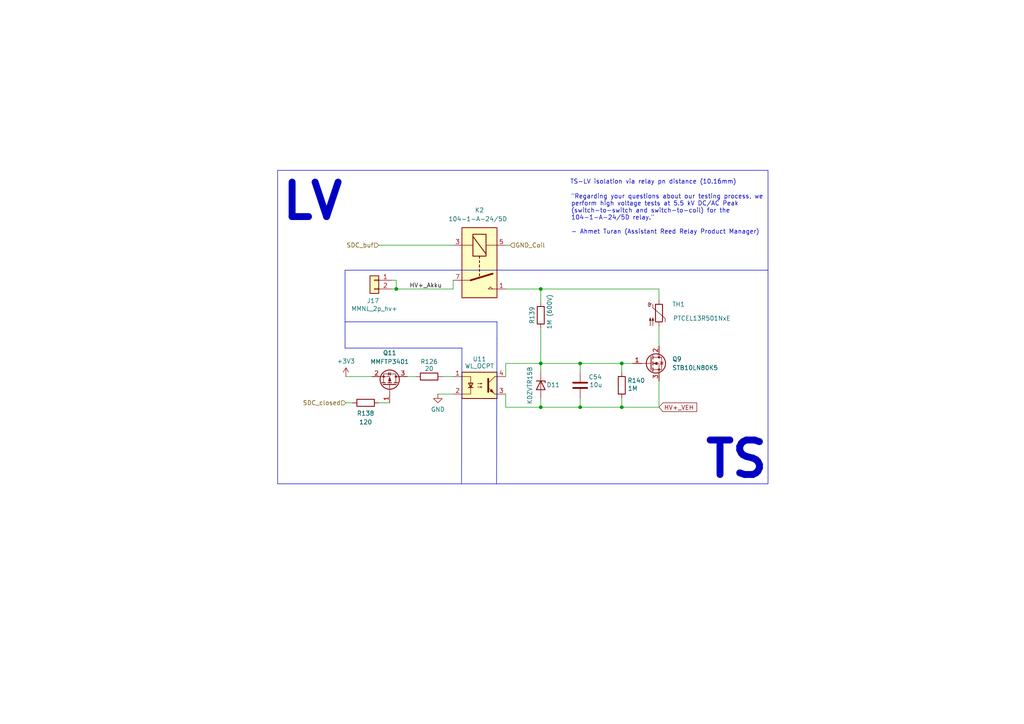
<source format=kicad_sch>
(kicad_sch
	(version 20231120)
	(generator "eeschema")
	(generator_version "8.0")
	(uuid "13e073e0-08f3-43ce-a5c5-b3a3660479c2")
	(paper "A4")
	(lib_symbols
		(symbol "Connector_Generic:Conn_01x02"
			(pin_names
				(offset 1.016) hide)
			(exclude_from_sim no)
			(in_bom yes)
			(on_board yes)
			(property "Reference" "J"
				(at 0 2.54 0)
				(effects
					(font
						(size 1.27 1.27)
					)
				)
			)
			(property "Value" "Conn_01x02"
				(at 0 -5.08 0)
				(effects
					(font
						(size 1.27 1.27)
					)
				)
			)
			(property "Footprint" ""
				(at 0 0 0)
				(effects
					(font
						(size 1.27 1.27)
					)
					(hide yes)
				)
			)
			(property "Datasheet" "~"
				(at 0 0 0)
				(effects
					(font
						(size 1.27 1.27)
					)
					(hide yes)
				)
			)
			(property "Description" "Generic connector, single row, 01x02, script generated (kicad-library-utils/schlib/autogen/connector/)"
				(at 0 0 0)
				(effects
					(font
						(size 1.27 1.27)
					)
					(hide yes)
				)
			)
			(property "ki_keywords" "connector"
				(at 0 0 0)
				(effects
					(font
						(size 1.27 1.27)
					)
					(hide yes)
				)
			)
			(property "ki_fp_filters" "Connector*:*_1x??_*"
				(at 0 0 0)
				(effects
					(font
						(size 1.27 1.27)
					)
					(hide yes)
				)
			)
			(symbol "Conn_01x02_1_1"
				(rectangle
					(start -1.27 -2.413)
					(end 0 -2.667)
					(stroke
						(width 0.1524)
						(type default)
					)
					(fill
						(type none)
					)
				)
				(rectangle
					(start -1.27 0.127)
					(end 0 -0.127)
					(stroke
						(width 0.1524)
						(type default)
					)
					(fill
						(type none)
					)
				)
				(rectangle
					(start -1.27 1.27)
					(end 1.27 -3.81)
					(stroke
						(width 0.254)
						(type default)
					)
					(fill
						(type background)
					)
				)
				(pin passive line
					(at -5.08 0 0)
					(length 3.81)
					(name "Pin_1"
						(effects
							(font
								(size 1.27 1.27)
							)
						)
					)
					(number "1"
						(effects
							(font
								(size 1.27 1.27)
							)
						)
					)
				)
				(pin passive line
					(at -5.08 -2.54 0)
					(length 3.81)
					(name "Pin_2"
						(effects
							(font
								(size 1.27 1.27)
							)
						)
					)
					(number "2"
						(effects
							(font
								(size 1.27 1.27)
							)
						)
					)
				)
			)
		)
		(symbol "Device:C"
			(pin_numbers hide)
			(pin_names
				(offset 0.254)
			)
			(exclude_from_sim no)
			(in_bom yes)
			(on_board yes)
			(property "Reference" "C"
				(at 0.635 2.54 0)
				(effects
					(font
						(size 1.27 1.27)
					)
					(justify left)
				)
			)
			(property "Value" "C"
				(at 0.635 -2.54 0)
				(effects
					(font
						(size 1.27 1.27)
					)
					(justify left)
				)
			)
			(property "Footprint" ""
				(at 0.9652 -3.81 0)
				(effects
					(font
						(size 1.27 1.27)
					)
					(hide yes)
				)
			)
			(property "Datasheet" "~"
				(at 0 0 0)
				(effects
					(font
						(size 1.27 1.27)
					)
					(hide yes)
				)
			)
			(property "Description" "Unpolarized capacitor"
				(at 0 0 0)
				(effects
					(font
						(size 1.27 1.27)
					)
					(hide yes)
				)
			)
			(property "ki_keywords" "cap capacitor"
				(at 0 0 0)
				(effects
					(font
						(size 1.27 1.27)
					)
					(hide yes)
				)
			)
			(property "ki_fp_filters" "C_*"
				(at 0 0 0)
				(effects
					(font
						(size 1.27 1.27)
					)
					(hide yes)
				)
			)
			(symbol "C_0_1"
				(polyline
					(pts
						(xy -2.032 -0.762) (xy 2.032 -0.762)
					)
					(stroke
						(width 0.508)
						(type default)
					)
					(fill
						(type none)
					)
				)
				(polyline
					(pts
						(xy -2.032 0.762) (xy 2.032 0.762)
					)
					(stroke
						(width 0.508)
						(type default)
					)
					(fill
						(type none)
					)
				)
			)
			(symbol "C_1_1"
				(pin passive line
					(at 0 3.81 270)
					(length 2.794)
					(name "~"
						(effects
							(font
								(size 1.27 1.27)
							)
						)
					)
					(number "1"
						(effects
							(font
								(size 1.27 1.27)
							)
						)
					)
				)
				(pin passive line
					(at 0 -3.81 90)
					(length 2.794)
					(name "~"
						(effects
							(font
								(size 1.27 1.27)
							)
						)
					)
					(number "2"
						(effects
							(font
								(size 1.27 1.27)
							)
						)
					)
				)
			)
		)
		(symbol "Device:D_Zener"
			(pin_numbers hide)
			(pin_names
				(offset 1.016) hide)
			(exclude_from_sim no)
			(in_bom yes)
			(on_board yes)
			(property "Reference" "D"
				(at 0 2.54 0)
				(effects
					(font
						(size 1.27 1.27)
					)
				)
			)
			(property "Value" "D_Zener"
				(at 0 -2.54 0)
				(effects
					(font
						(size 1.27 1.27)
					)
				)
			)
			(property "Footprint" ""
				(at 0 0 0)
				(effects
					(font
						(size 1.27 1.27)
					)
					(hide yes)
				)
			)
			(property "Datasheet" "~"
				(at 0 0 0)
				(effects
					(font
						(size 1.27 1.27)
					)
					(hide yes)
				)
			)
			(property "Description" "Zener diode"
				(at 0 0 0)
				(effects
					(font
						(size 1.27 1.27)
					)
					(hide yes)
				)
			)
			(property "ki_keywords" "diode"
				(at 0 0 0)
				(effects
					(font
						(size 1.27 1.27)
					)
					(hide yes)
				)
			)
			(property "ki_fp_filters" "TO-???* *_Diode_* *SingleDiode* D_*"
				(at 0 0 0)
				(effects
					(font
						(size 1.27 1.27)
					)
					(hide yes)
				)
			)
			(symbol "D_Zener_0_1"
				(polyline
					(pts
						(xy 1.27 0) (xy -1.27 0)
					)
					(stroke
						(width 0)
						(type default)
					)
					(fill
						(type none)
					)
				)
				(polyline
					(pts
						(xy -1.27 -1.27) (xy -1.27 1.27) (xy -0.762 1.27)
					)
					(stroke
						(width 0.254)
						(type default)
					)
					(fill
						(type none)
					)
				)
				(polyline
					(pts
						(xy 1.27 -1.27) (xy 1.27 1.27) (xy -1.27 0) (xy 1.27 -1.27)
					)
					(stroke
						(width 0.254)
						(type default)
					)
					(fill
						(type none)
					)
				)
			)
			(symbol "D_Zener_1_1"
				(pin passive line
					(at -3.81 0 0)
					(length 2.54)
					(name "K"
						(effects
							(font
								(size 1.27 1.27)
							)
						)
					)
					(number "1"
						(effects
							(font
								(size 1.27 1.27)
							)
						)
					)
				)
				(pin passive line
					(at 3.81 0 180)
					(length 2.54)
					(name "A"
						(effects
							(font
								(size 1.27 1.27)
							)
						)
					)
					(number "2"
						(effects
							(font
								(size 1.27 1.27)
							)
						)
					)
				)
			)
		)
		(symbol "Device:Q_PMOS_GSD"
			(pin_names
				(offset 0) hide)
			(exclude_from_sim no)
			(in_bom yes)
			(on_board yes)
			(property "Reference" "Q"
				(at 5.08 1.27 0)
				(effects
					(font
						(size 1.27 1.27)
					)
					(justify left)
				)
			)
			(property "Value" "Q_PMOS_GSD"
				(at 5.08 -1.27 0)
				(effects
					(font
						(size 1.27 1.27)
					)
					(justify left)
				)
			)
			(property "Footprint" ""
				(at 5.08 2.54 0)
				(effects
					(font
						(size 1.27 1.27)
					)
					(hide yes)
				)
			)
			(property "Datasheet" "~"
				(at 0 0 0)
				(effects
					(font
						(size 1.27 1.27)
					)
					(hide yes)
				)
			)
			(property "Description" "P-MOSFET transistor, gate/source/drain"
				(at 0 0 0)
				(effects
					(font
						(size 1.27 1.27)
					)
					(hide yes)
				)
			)
			(property "ki_keywords" "transistor PMOS P-MOS P-MOSFET"
				(at 0 0 0)
				(effects
					(font
						(size 1.27 1.27)
					)
					(hide yes)
				)
			)
			(symbol "Q_PMOS_GSD_0_1"
				(polyline
					(pts
						(xy 0.254 0) (xy -2.54 0)
					)
					(stroke
						(width 0)
						(type default)
					)
					(fill
						(type none)
					)
				)
				(polyline
					(pts
						(xy 0.254 1.905) (xy 0.254 -1.905)
					)
					(stroke
						(width 0.254)
						(type default)
					)
					(fill
						(type none)
					)
				)
				(polyline
					(pts
						(xy 0.762 -1.27) (xy 0.762 -2.286)
					)
					(stroke
						(width 0.254)
						(type default)
					)
					(fill
						(type none)
					)
				)
				(polyline
					(pts
						(xy 0.762 0.508) (xy 0.762 -0.508)
					)
					(stroke
						(width 0.254)
						(type default)
					)
					(fill
						(type none)
					)
				)
				(polyline
					(pts
						(xy 0.762 2.286) (xy 0.762 1.27)
					)
					(stroke
						(width 0.254)
						(type default)
					)
					(fill
						(type none)
					)
				)
				(polyline
					(pts
						(xy 2.54 2.54) (xy 2.54 1.778)
					)
					(stroke
						(width 0)
						(type default)
					)
					(fill
						(type none)
					)
				)
				(polyline
					(pts
						(xy 2.54 -2.54) (xy 2.54 0) (xy 0.762 0)
					)
					(stroke
						(width 0)
						(type default)
					)
					(fill
						(type none)
					)
				)
				(polyline
					(pts
						(xy 0.762 1.778) (xy 3.302 1.778) (xy 3.302 -1.778) (xy 0.762 -1.778)
					)
					(stroke
						(width 0)
						(type default)
					)
					(fill
						(type none)
					)
				)
				(polyline
					(pts
						(xy 2.286 0) (xy 1.27 0.381) (xy 1.27 -0.381) (xy 2.286 0)
					)
					(stroke
						(width 0)
						(type default)
					)
					(fill
						(type outline)
					)
				)
				(polyline
					(pts
						(xy 2.794 -0.508) (xy 2.921 -0.381) (xy 3.683 -0.381) (xy 3.81 -0.254)
					)
					(stroke
						(width 0)
						(type default)
					)
					(fill
						(type none)
					)
				)
				(polyline
					(pts
						(xy 3.302 -0.381) (xy 2.921 0.254) (xy 3.683 0.254) (xy 3.302 -0.381)
					)
					(stroke
						(width 0)
						(type default)
					)
					(fill
						(type none)
					)
				)
				(circle
					(center 1.651 0)
					(radius 2.794)
					(stroke
						(width 0.254)
						(type default)
					)
					(fill
						(type none)
					)
				)
				(circle
					(center 2.54 -1.778)
					(radius 0.254)
					(stroke
						(width 0)
						(type default)
					)
					(fill
						(type outline)
					)
				)
				(circle
					(center 2.54 1.778)
					(radius 0.254)
					(stroke
						(width 0)
						(type default)
					)
					(fill
						(type outline)
					)
				)
			)
			(symbol "Q_PMOS_GSD_1_1"
				(pin input line
					(at -5.08 0 0)
					(length 2.54)
					(name "G"
						(effects
							(font
								(size 1.27 1.27)
							)
						)
					)
					(number "1"
						(effects
							(font
								(size 1.27 1.27)
							)
						)
					)
				)
				(pin passive line
					(at 2.54 -5.08 90)
					(length 2.54)
					(name "S"
						(effects
							(font
								(size 1.27 1.27)
							)
						)
					)
					(number "2"
						(effects
							(font
								(size 1.27 1.27)
							)
						)
					)
				)
				(pin passive line
					(at 2.54 5.08 270)
					(length 2.54)
					(name "D"
						(effects
							(font
								(size 1.27 1.27)
							)
						)
					)
					(number "3"
						(effects
							(font
								(size 1.27 1.27)
							)
						)
					)
				)
			)
		)
		(symbol "Device:R"
			(pin_numbers hide)
			(pin_names
				(offset 0)
			)
			(exclude_from_sim no)
			(in_bom yes)
			(on_board yes)
			(property "Reference" "R"
				(at 2.032 0 90)
				(effects
					(font
						(size 1.27 1.27)
					)
				)
			)
			(property "Value" "R"
				(at 0 0 90)
				(effects
					(font
						(size 1.27 1.27)
					)
				)
			)
			(property "Footprint" ""
				(at -1.778 0 90)
				(effects
					(font
						(size 1.27 1.27)
					)
					(hide yes)
				)
			)
			(property "Datasheet" "~"
				(at 0 0 0)
				(effects
					(font
						(size 1.27 1.27)
					)
					(hide yes)
				)
			)
			(property "Description" "Resistor"
				(at 0 0 0)
				(effects
					(font
						(size 1.27 1.27)
					)
					(hide yes)
				)
			)
			(property "ki_keywords" "R res resistor"
				(at 0 0 0)
				(effects
					(font
						(size 1.27 1.27)
					)
					(hide yes)
				)
			)
			(property "ki_fp_filters" "R_*"
				(at 0 0 0)
				(effects
					(font
						(size 1.27 1.27)
					)
					(hide yes)
				)
			)
			(symbol "R_0_1"
				(rectangle
					(start -1.016 -2.54)
					(end 1.016 2.54)
					(stroke
						(width 0.254)
						(type default)
					)
					(fill
						(type none)
					)
				)
			)
			(symbol "R_1_1"
				(pin passive line
					(at 0 3.81 270)
					(length 1.27)
					(name "~"
						(effects
							(font
								(size 1.27 1.27)
							)
						)
					)
					(number "1"
						(effects
							(font
								(size 1.27 1.27)
							)
						)
					)
				)
				(pin passive line
					(at 0 -3.81 90)
					(length 1.27)
					(name "~"
						(effects
							(font
								(size 1.27 1.27)
							)
						)
					)
					(number "2"
						(effects
							(font
								(size 1.27 1.27)
							)
						)
					)
				)
			)
		)
		(symbol "Device:Thermistor_PTC"
			(pin_numbers hide)
			(pin_names
				(offset 0)
			)
			(exclude_from_sim no)
			(in_bom yes)
			(on_board yes)
			(property "Reference" "TH"
				(at -4.064 0 90)
				(effects
					(font
						(size 1.27 1.27)
					)
				)
			)
			(property "Value" "Thermistor_PTC"
				(at 3.048 0 90)
				(effects
					(font
						(size 1.27 1.27)
					)
				)
			)
			(property "Footprint" ""
				(at 1.27 -5.08 0)
				(effects
					(font
						(size 1.27 1.27)
					)
					(justify left)
					(hide yes)
				)
			)
			(property "Datasheet" "~"
				(at 0 0 0)
				(effects
					(font
						(size 1.27 1.27)
					)
					(hide yes)
				)
			)
			(property "Description" "Temperature dependent resistor, positive temperature coefficient"
				(at 0 0 0)
				(effects
					(font
						(size 1.27 1.27)
					)
					(hide yes)
				)
			)
			(property "ki_keywords" "resistor PTC thermistor sensor RTD"
				(at 0 0 0)
				(effects
					(font
						(size 1.27 1.27)
					)
					(hide yes)
				)
			)
			(property "ki_fp_filters" "*PTC* *Thermistor* PIN?ARRAY* bornier* *Terminal?Block* R_*"
				(at 0 0 0)
				(effects
					(font
						(size 1.27 1.27)
					)
					(hide yes)
				)
			)
			(symbol "Thermistor_PTC_0_1"
				(arc
					(start -3.048 2.159)
					(mid -3.0495 2.3143)
					(end -3.175 2.413)
					(stroke
						(width 0)
						(type default)
					)
					(fill
						(type none)
					)
				)
				(arc
					(start -3.048 2.159)
					(mid -2.9736 1.9794)
					(end -2.794 1.905)
					(stroke
						(width 0)
						(type default)
					)
					(fill
						(type none)
					)
				)
				(arc
					(start -3.048 2.794)
					(mid -2.9736 2.6144)
					(end -2.794 2.54)
					(stroke
						(width 0)
						(type default)
					)
					(fill
						(type none)
					)
				)
				(arc
					(start -2.794 1.905)
					(mid -2.6144 1.9794)
					(end -2.54 2.159)
					(stroke
						(width 0)
						(type default)
					)
					(fill
						(type none)
					)
				)
				(arc
					(start -2.794 2.54)
					(mid -2.4393 2.5587)
					(end -2.159 2.794)
					(stroke
						(width 0)
						(type default)
					)
					(fill
						(type none)
					)
				)
				(arc
					(start -2.794 3.048)
					(mid -2.9736 2.9736)
					(end -3.048 2.794)
					(stroke
						(width 0)
						(type default)
					)
					(fill
						(type none)
					)
				)
				(arc
					(start -2.54 2.794)
					(mid -2.6144 2.9736)
					(end -2.794 3.048)
					(stroke
						(width 0)
						(type default)
					)
					(fill
						(type none)
					)
				)
				(rectangle
					(start -1.016 2.54)
					(end 1.016 -2.54)
					(stroke
						(width 0.254)
						(type default)
					)
					(fill
						(type none)
					)
				)
				(polyline
					(pts
						(xy -2.54 2.159) (xy -2.54 2.794)
					)
					(stroke
						(width 0)
						(type default)
					)
					(fill
						(type none)
					)
				)
				(polyline
					(pts
						(xy -1.778 2.54) (xy -1.778 1.524) (xy 1.778 -1.524) (xy 1.778 -2.54)
					)
					(stroke
						(width 0)
						(type default)
					)
					(fill
						(type none)
					)
				)
				(polyline
					(pts
						(xy -2.54 -3.683) (xy -2.54 -1.397) (xy -2.794 -2.159) (xy -2.286 -2.159) (xy -2.54 -1.397) (xy -2.54 -1.651)
					)
					(stroke
						(width 0)
						(type default)
					)
					(fill
						(type outline)
					)
				)
				(polyline
					(pts
						(xy -1.778 -3.683) (xy -1.778 -1.397) (xy -2.032 -2.159) (xy -1.524 -2.159) (xy -1.778 -1.397)
						(xy -1.778 -1.651)
					)
					(stroke
						(width 0)
						(type default)
					)
					(fill
						(type outline)
					)
				)
			)
			(symbol "Thermistor_PTC_1_1"
				(pin passive line
					(at 0 3.81 270)
					(length 1.27)
					(name "~"
						(effects
							(font
								(size 1.27 1.27)
							)
						)
					)
					(number "1"
						(effects
							(font
								(size 1.27 1.27)
							)
						)
					)
				)
				(pin passive line
					(at 0 -3.81 90)
					(length 1.27)
					(name "~"
						(effects
							(font
								(size 1.27 1.27)
							)
						)
					)
					(number "2"
						(effects
							(font
								(size 1.27 1.27)
							)
						)
					)
				)
			)
		)
		(symbol "Isolator:FODM217A"
			(exclude_from_sim no)
			(in_bom yes)
			(on_board yes)
			(property "Reference" "U4"
				(at 1.27 7.62 0)
				(effects
					(font
						(size 1.27 1.27)
					)
				)
			)
			(property "Value" "WL_OCDA"
				(at 1.27 5.588 0)
				(effects
					(font
						(size 1.27 1.27)
					)
				)
			)
			(property "Footprint" "Package_SO:SOP-4_4.4x2.6mm_P1.27mm"
				(at 0 -5.08 0)
				(effects
					(font
						(size 1.27 1.27)
						(italic yes)
					)
					(hide yes)
				)
			)
			(property "Datasheet" ""
				(at 0 0 0)
				(effects
					(font
						(size 1.27 1.27)
					)
					(justify left)
					(hide yes)
				)
			)
			(property "Description" "141352145000"
				(at 0 0 0)
				(effects
					(font
						(size 1.27 1.27)
					)
					(hide yes)
				)
			)
			(property "ki_keywords" "DC Phototransistor Optocoupler"
				(at 0 0 0)
				(effects
					(font
						(size 1.27 1.27)
					)
					(hide yes)
				)
			)
			(property "ki_fp_filters" "SOP*4.4x2.6mm*P1.27mm*"
				(at 0 0 0)
				(effects
					(font
						(size 1.27 1.27)
					)
					(hide yes)
				)
			)
			(symbol "FODM217A_0_1"
				(rectangle
					(start -5.08 3.81)
					(end 5.08 -3.81)
					(stroke
						(width 0.254)
						(type default)
					)
					(fill
						(type background)
					)
				)
				(polyline
					(pts
						(xy -3.175 -0.635) (xy -1.905 -0.635)
					)
					(stroke
						(width 0.254)
						(type default)
					)
					(fill
						(type none)
					)
				)
				(polyline
					(pts
						(xy 2.54 0.635) (xy 4.445 2.54)
					)
					(stroke
						(width 0)
						(type default)
					)
					(fill
						(type none)
					)
				)
				(polyline
					(pts
						(xy 4.445 -2.54) (xy 2.54 -0.635)
					)
					(stroke
						(width 0)
						(type default)
					)
					(fill
						(type outline)
					)
				)
				(polyline
					(pts
						(xy 4.445 -2.54) (xy 5.08 -2.54)
					)
					(stroke
						(width 0)
						(type default)
					)
					(fill
						(type none)
					)
				)
				(polyline
					(pts
						(xy 4.445 2.54) (xy 5.08 2.54)
					)
					(stroke
						(width 0)
						(type default)
					)
					(fill
						(type none)
					)
				)
				(polyline
					(pts
						(xy -5.08 2.54) (xy -2.54 2.54) (xy -2.54 -0.635)
					)
					(stroke
						(width 0)
						(type default)
					)
					(fill
						(type none)
					)
				)
				(polyline
					(pts
						(xy -2.54 -0.635) (xy -2.54 -2.54) (xy -5.08 -2.54)
					)
					(stroke
						(width 0)
						(type default)
					)
					(fill
						(type none)
					)
				)
				(polyline
					(pts
						(xy 2.54 1.905) (xy 2.54 -1.905) (xy 2.54 -1.905)
					)
					(stroke
						(width 0.508)
						(type default)
					)
					(fill
						(type none)
					)
				)
				(polyline
					(pts
						(xy -2.54 -0.635) (xy -3.175 0.635) (xy -1.905 0.635) (xy -2.54 -0.635)
					)
					(stroke
						(width 0.254)
						(type default)
					)
					(fill
						(type none)
					)
				)
				(polyline
					(pts
						(xy -0.508 -0.508) (xy 0.762 -0.508) (xy 0.381 -0.635) (xy 0.381 -0.381) (xy 0.762 -0.508)
					)
					(stroke
						(width 0)
						(type default)
					)
					(fill
						(type none)
					)
				)
				(polyline
					(pts
						(xy -0.508 0.508) (xy 0.762 0.508) (xy 0.381 0.381) (xy 0.381 0.635) (xy 0.762 0.508)
					)
					(stroke
						(width 0)
						(type default)
					)
					(fill
						(type none)
					)
				)
				(polyline
					(pts
						(xy 3.048 -1.651) (xy 3.556 -1.143) (xy 4.064 -2.159) (xy 3.048 -1.651) (xy 3.048 -1.651)
					)
					(stroke
						(width 0)
						(type default)
					)
					(fill
						(type outline)
					)
				)
			)
			(symbol "FODM217A_1_1"
				(pin passive line
					(at -7.62 2.54 0)
					(length 2.54)
					(name "~"
						(effects
							(font
								(size 1.27 1.27)
							)
						)
					)
					(number "1"
						(effects
							(font
								(size 1.27 1.27)
							)
						)
					)
				)
				(pin passive line
					(at -7.62 -2.54 0)
					(length 2.54)
					(name "~"
						(effects
							(font
								(size 1.27 1.27)
							)
						)
					)
					(number "2"
						(effects
							(font
								(size 1.27 1.27)
							)
						)
					)
				)
				(pin passive line
					(at 7.62 -2.54 180)
					(length 2.54)
					(name "~"
						(effects
							(font
								(size 1.27 1.27)
							)
						)
					)
					(number "3"
						(effects
							(font
								(size 1.27 1.27)
							)
						)
					)
				)
				(pin passive line
					(at 7.62 2.54 180)
					(length 2.54)
					(name "~"
						(effects
							(font
								(size 1.27 1.27)
							)
						)
					)
					(number "4"
						(effects
							(font
								(size 1.27 1.27)
							)
						)
					)
				)
			)
		)
		(symbol "Relay:Relay_SPST-NO"
			(exclude_from_sim no)
			(in_bom yes)
			(on_board yes)
			(property "Reference" "K2"
				(at -15.24 0 90)
				(effects
					(font
						(size 1.27 1.27)
					)
				)
			)
			(property "Value" "104-2-A-24/1D "
				(at -12.7 0 90)
				(effects
					(font
						(size 1.27 1.27)
					)
				)
			)
			(property "Footprint" "104-2-A-24_1D:1042A122D"
				(at 11.43 -1.27 0)
				(effects
					(font
						(size 1.27 1.27)
					)
					(justify left)
					(hide yes)
				)
			)
			(property "Datasheet" "https://www.pickeringrelay.com/pdfs/104-high-voltage-sil-reed-relays.pdf"
				(at 0 0 0)
				(effects
					(font
						(size 1.27 1.27)
					)
					(hide yes)
				)
			)
			(property "Description" "Relay SPST, Normally Open, EN50005"
				(at 0 0 0)
				(effects
					(font
						(size 1.27 1.27)
					)
					(hide yes)
				)
			)
			(property "ki_keywords" "Single Pole Relay SPST NO"
				(at 0 0 0)
				(effects
					(font
						(size 1.27 1.27)
					)
					(hide yes)
				)
			)
			(property "ki_fp_filters" "Relay?SPST*"
				(at 0 0 0)
				(effects
					(font
						(size 1.27 1.27)
					)
					(hide yes)
				)
			)
			(symbol "Relay_SPST-NO_0_0"
				(polyline
					(pts
						(xy 7.62 5.08) (xy 7.62 2.54) (xy 6.985 3.175) (xy 7.62 3.81)
					)
					(stroke
						(width 0)
						(type default)
					)
					(fill
						(type none)
					)
				)
			)
			(symbol "Relay_SPST-NO_0_1"
				(rectangle
					(start -10.16 5.08)
					(end 10.16 -5.08)
					(stroke
						(width 0.254)
						(type default)
					)
					(fill
						(type background)
					)
				)
				(rectangle
					(start -8.255 1.905)
					(end -1.905 -1.905)
					(stroke
						(width 0.254)
						(type default)
					)
					(fill
						(type none)
					)
				)
				(polyline
					(pts
						(xy -7.62 -1.905) (xy -2.54 1.905)
					)
					(stroke
						(width 0.254)
						(type default)
					)
					(fill
						(type none)
					)
				)
				(polyline
					(pts
						(xy -5.08 -5.08) (xy -5.08 -1.905)
					)
					(stroke
						(width 0)
						(type default)
					)
					(fill
						(type none)
					)
				)
				(polyline
					(pts
						(xy -5.08 5.08) (xy -5.08 1.905)
					)
					(stroke
						(width 0)
						(type default)
					)
					(fill
						(type none)
					)
				)
				(polyline
					(pts
						(xy -1.905 0) (xy -1.27 0)
					)
					(stroke
						(width 0.254)
						(type default)
					)
					(fill
						(type none)
					)
				)
				(polyline
					(pts
						(xy -0.635 0) (xy 0 0)
					)
					(stroke
						(width 0.254)
						(type default)
					)
					(fill
						(type none)
					)
				)
				(polyline
					(pts
						(xy 0.635 0) (xy 1.27 0)
					)
					(stroke
						(width 0.254)
						(type default)
					)
					(fill
						(type none)
					)
				)
				(polyline
					(pts
						(xy 1.905 0) (xy 2.54 0)
					)
					(stroke
						(width 0.254)
						(type default)
					)
					(fill
						(type none)
					)
				)
				(polyline
					(pts
						(xy 3.175 0) (xy 3.81 0)
					)
					(stroke
						(width 0.254)
						(type default)
					)
					(fill
						(type none)
					)
				)
				(polyline
					(pts
						(xy 5.08 -2.54) (xy 3.175 3.81)
					)
					(stroke
						(width 0.508)
						(type default)
					)
					(fill
						(type none)
					)
				)
				(polyline
					(pts
						(xy 5.08 -2.54) (xy 5.08 -5.08)
					)
					(stroke
						(width 0)
						(type default)
					)
					(fill
						(type none)
					)
				)
			)
			(symbol "Relay_SPST-NO_1_1"
				(pin passive line
					(at 7.62 7.62 270)
					(length 2.54)
					(name "~"
						(effects
							(font
								(size 1.27 1.27)
							)
						)
					)
					(number "1"
						(effects
							(font
								(size 1.27 1.27)
							)
						)
					)
				)
				(pin passive line
					(at -5.08 -7.62 90)
					(length 2.54)
					(name "~"
						(effects
							(font
								(size 1.27 1.27)
							)
						)
					)
					(number "3"
						(effects
							(font
								(size 1.27 1.27)
							)
						)
					)
				)
				(pin passive line
					(at -5.08 7.62 270)
					(length 2.54)
					(name "~"
						(effects
							(font
								(size 1.27 1.27)
							)
						)
					)
					(number "5"
						(effects
							(font
								(size 1.27 1.27)
							)
						)
					)
				)
				(pin passive line
					(at 5.08 -7.62 90)
					(length 2.54)
					(name "~"
						(effects
							(font
								(size 1.27 1.27)
							)
						)
					)
					(number "7"
						(effects
							(font
								(size 1.27 1.27)
							)
						)
					)
				)
			)
		)
		(symbol "Transistor_FET:STB15N80K5"
			(pin_names hide)
			(exclude_from_sim no)
			(in_bom yes)
			(on_board yes)
			(property "Reference" "Q"
				(at 5.08 1.905 0)
				(effects
					(font
						(size 1.27 1.27)
					)
					(justify left)
				)
			)
			(property "Value" "STB15N80K5"
				(at 5.08 0 0)
				(effects
					(font
						(size 1.27 1.27)
					)
					(justify left)
				)
			)
			(property "Footprint" "Package_TO_SOT_SMD:TO-263-2"
				(at 5.08 -1.905 0)
				(effects
					(font
						(size 1.27 1.27)
						(italic yes)
					)
					(justify left)
					(hide yes)
				)
			)
			(property "Datasheet" "https://www.st.com/resource/en/datasheet/stb15n80k5.pdf"
				(at 5.08 -3.81 0)
				(effects
					(font
						(size 1.27 1.27)
					)
					(justify left)
					(hide yes)
				)
			)
			(property "Description" "14A Id, 800V Vds, N-Channel MOSFET, 375mOhm Ron, D2PAK"
				(at 0 0 0)
				(effects
					(font
						(size 1.27 1.27)
					)
					(hide yes)
				)
			)
			(property "ki_keywords" "N-Channel MOSFET"
				(at 0 0 0)
				(effects
					(font
						(size 1.27 1.27)
					)
					(hide yes)
				)
			)
			(property "ki_fp_filters" "TO?263*"
				(at 0 0 0)
				(effects
					(font
						(size 1.27 1.27)
					)
					(hide yes)
				)
			)
			(symbol "STB15N80K5_0_1"
				(polyline
					(pts
						(xy 0.254 0) (xy -2.54 0)
					)
					(stroke
						(width 0)
						(type default)
					)
					(fill
						(type none)
					)
				)
				(polyline
					(pts
						(xy 0.254 1.905) (xy 0.254 -1.905)
					)
					(stroke
						(width 0.254)
						(type default)
					)
					(fill
						(type none)
					)
				)
				(polyline
					(pts
						(xy 0.762 -1.27) (xy 0.762 -2.286)
					)
					(stroke
						(width 0.254)
						(type default)
					)
					(fill
						(type none)
					)
				)
				(polyline
					(pts
						(xy 0.762 0.508) (xy 0.762 -0.508)
					)
					(stroke
						(width 0.254)
						(type default)
					)
					(fill
						(type none)
					)
				)
				(polyline
					(pts
						(xy 0.762 2.286) (xy 0.762 1.27)
					)
					(stroke
						(width 0.254)
						(type default)
					)
					(fill
						(type none)
					)
				)
				(polyline
					(pts
						(xy 2.54 2.54) (xy 2.54 1.778)
					)
					(stroke
						(width 0)
						(type default)
					)
					(fill
						(type none)
					)
				)
				(polyline
					(pts
						(xy 2.54 -2.54) (xy 2.54 0) (xy 0.762 0)
					)
					(stroke
						(width 0)
						(type default)
					)
					(fill
						(type none)
					)
				)
				(polyline
					(pts
						(xy 0.762 -1.778) (xy 3.302 -1.778) (xy 3.302 1.778) (xy 0.762 1.778)
					)
					(stroke
						(width 0)
						(type default)
					)
					(fill
						(type none)
					)
				)
				(polyline
					(pts
						(xy 1.016 0) (xy 2.032 0.381) (xy 2.032 -0.381) (xy 1.016 0)
					)
					(stroke
						(width 0)
						(type default)
					)
					(fill
						(type outline)
					)
				)
				(polyline
					(pts
						(xy 2.794 0.508) (xy 2.921 0.381) (xy 3.683 0.381) (xy 3.81 0.254)
					)
					(stroke
						(width 0)
						(type default)
					)
					(fill
						(type none)
					)
				)
				(polyline
					(pts
						(xy 3.302 0.381) (xy 2.921 -0.254) (xy 3.683 -0.254) (xy 3.302 0.381)
					)
					(stroke
						(width 0)
						(type default)
					)
					(fill
						(type none)
					)
				)
				(circle
					(center 1.651 0)
					(radius 2.794)
					(stroke
						(width 0.254)
						(type default)
					)
					(fill
						(type none)
					)
				)
				(circle
					(center 2.54 -1.778)
					(radius 0.254)
					(stroke
						(width 0)
						(type default)
					)
					(fill
						(type outline)
					)
				)
				(circle
					(center 2.54 1.778)
					(radius 0.254)
					(stroke
						(width 0)
						(type default)
					)
					(fill
						(type outline)
					)
				)
			)
			(symbol "STB15N80K5_1_1"
				(pin passive line
					(at -5.08 0 0)
					(length 2.54)
					(name "G"
						(effects
							(font
								(size 1.27 1.27)
							)
						)
					)
					(number "1"
						(effects
							(font
								(size 1.27 1.27)
							)
						)
					)
				)
				(pin passive line
					(at 2.54 5.08 270)
					(length 2.54)
					(name "D"
						(effects
							(font
								(size 1.27 1.27)
							)
						)
					)
					(number "2"
						(effects
							(font
								(size 1.27 1.27)
							)
						)
					)
				)
				(pin passive line
					(at 2.54 -5.08 90)
					(length 2.54)
					(name "S"
						(effects
							(font
								(size 1.27 1.27)
							)
						)
					)
					(number "3"
						(effects
							(font
								(size 1.27 1.27)
							)
						)
					)
				)
			)
		)
		(symbol "power:+3V3"
			(power)
			(pin_numbers hide)
			(pin_names
				(offset 0) hide)
			(exclude_from_sim no)
			(in_bom yes)
			(on_board yes)
			(property "Reference" "#PWR"
				(at 0 -3.81 0)
				(effects
					(font
						(size 1.27 1.27)
					)
					(hide yes)
				)
			)
			(property "Value" "+3V3"
				(at 0 3.556 0)
				(effects
					(font
						(size 1.27 1.27)
					)
				)
			)
			(property "Footprint" ""
				(at 0 0 0)
				(effects
					(font
						(size 1.27 1.27)
					)
					(hide yes)
				)
			)
			(property "Datasheet" ""
				(at 0 0 0)
				(effects
					(font
						(size 1.27 1.27)
					)
					(hide yes)
				)
			)
			(property "Description" "Power symbol creates a global label with name \"+3V3\""
				(at 0 0 0)
				(effects
					(font
						(size 1.27 1.27)
					)
					(hide yes)
				)
			)
			(property "ki_keywords" "global power"
				(at 0 0 0)
				(effects
					(font
						(size 1.27 1.27)
					)
					(hide yes)
				)
			)
			(symbol "+3V3_0_1"
				(polyline
					(pts
						(xy -0.762 1.27) (xy 0 2.54)
					)
					(stroke
						(width 0)
						(type default)
					)
					(fill
						(type none)
					)
				)
				(polyline
					(pts
						(xy 0 0) (xy 0 2.54)
					)
					(stroke
						(width 0)
						(type default)
					)
					(fill
						(type none)
					)
				)
				(polyline
					(pts
						(xy 0 2.54) (xy 0.762 1.27)
					)
					(stroke
						(width 0)
						(type default)
					)
					(fill
						(type none)
					)
				)
			)
			(symbol "+3V3_1_1"
				(pin power_in line
					(at 0 0 90)
					(length 0)
					(name "~"
						(effects
							(font
								(size 1.27 1.27)
							)
						)
					)
					(number "1"
						(effects
							(font
								(size 1.27 1.27)
							)
						)
					)
				)
			)
		)
		(symbol "power:GND"
			(power)
			(pin_numbers hide)
			(pin_names
				(offset 0) hide)
			(exclude_from_sim no)
			(in_bom yes)
			(on_board yes)
			(property "Reference" "#PWR"
				(at 0 -6.35 0)
				(effects
					(font
						(size 1.27 1.27)
					)
					(hide yes)
				)
			)
			(property "Value" "GND"
				(at 0 -3.81 0)
				(effects
					(font
						(size 1.27 1.27)
					)
				)
			)
			(property "Footprint" ""
				(at 0 0 0)
				(effects
					(font
						(size 1.27 1.27)
					)
					(hide yes)
				)
			)
			(property "Datasheet" ""
				(at 0 0 0)
				(effects
					(font
						(size 1.27 1.27)
					)
					(hide yes)
				)
			)
			(property "Description" "Power symbol creates a global label with name \"GND\" , ground"
				(at 0 0 0)
				(effects
					(font
						(size 1.27 1.27)
					)
					(hide yes)
				)
			)
			(property "ki_keywords" "global power"
				(at 0 0 0)
				(effects
					(font
						(size 1.27 1.27)
					)
					(hide yes)
				)
			)
			(symbol "GND_0_1"
				(polyline
					(pts
						(xy 0 0) (xy 0 -1.27) (xy 1.27 -1.27) (xy 0 -2.54) (xy -1.27 -1.27) (xy 0 -1.27)
					)
					(stroke
						(width 0)
						(type default)
					)
					(fill
						(type none)
					)
				)
			)
			(symbol "GND_1_1"
				(pin power_in line
					(at 0 0 270)
					(length 0)
					(name "~"
						(effects
							(font
								(size 1.27 1.27)
							)
						)
					)
					(number "1"
						(effects
							(font
								(size 1.27 1.27)
							)
						)
					)
				)
			)
		)
	)
	(junction
		(at 180.34 118.11)
		(diameter 0)
		(color 0 0 0 0)
		(uuid "3dbcd1f7-cab8-4b17-b9b1-292d82bbd200")
	)
	(junction
		(at 156.845 118.11)
		(diameter 0)
		(color 0 0 0 0)
		(uuid "46531e1a-bdd5-41a7-8f23-684e19d65934")
	)
	(junction
		(at 114.935 83.82)
		(diameter 0)
		(color 0 0 0 0)
		(uuid "69126a6c-e8f2-4642-8ec4-253f40d4767e")
	)
	(junction
		(at 156.845 105.41)
		(diameter 0)
		(color 0 0 0 0)
		(uuid "8a3ade5b-770f-4493-9fd9-a08b40e0beab")
	)
	(junction
		(at 168.275 105.41)
		(diameter 0)
		(color 0 0 0 0)
		(uuid "91744895-41af-4831-b47d-b4b860b19d65")
	)
	(junction
		(at 180.34 105.41)
		(diameter 0)
		(color 0 0 0 0)
		(uuid "9f696f8c-4a1b-4fa2-bcfb-3d8ab899a9dc")
	)
	(junction
		(at 156.845 83.82)
		(diameter 0)
		(color 0 0 0 0)
		(uuid "a5fcc108-7dc8-4be1-9b6d-f2f3c2c67209")
	)
	(junction
		(at 168.275 118.11)
		(diameter 0)
		(color 0 0 0 0)
		(uuid "aa11f6ca-e8c8-4758-99cd-70230615c32f")
	)
	(wire
		(pts
			(xy 191.135 94.615) (xy 191.135 100.33)
		)
		(stroke
			(width 0)
			(type default)
		)
		(uuid "0aee1144-2e02-44b4-96c5-8dffa94d6bd9")
	)
	(wire
		(pts
			(xy 114.935 83.82) (xy 131.445 83.82)
		)
		(stroke
			(width 0)
			(type default)
		)
		(uuid "0c0d2e09-8716-4761-9d55-4fa087676277")
	)
	(wire
		(pts
			(xy 168.275 118.11) (xy 180.34 118.11)
		)
		(stroke
			(width 0)
			(type default)
		)
		(uuid "11cd3966-2715-4663-8e83-e0f4ab2fbd53")
	)
	(wire
		(pts
			(xy 168.275 105.41) (xy 180.34 105.41)
		)
		(stroke
			(width 0)
			(type default)
		)
		(uuid "188a7d13-480a-4bf3-b53c-806c85da4d84")
	)
	(wire
		(pts
			(xy 114.935 81.28) (xy 114.935 83.82)
		)
		(stroke
			(width 0)
			(type default)
		)
		(uuid "23dc4324-5ceb-4b81-8666-ce60ce4e4852")
	)
	(wire
		(pts
			(xy 168.275 105.41) (xy 168.275 107.95)
		)
		(stroke
			(width 0)
			(type default)
		)
		(uuid "2df9f9ee-1255-4532-b37d-057fba8f308c")
	)
	(polyline
		(pts
			(xy 100.076 93.345) (xy 144.145 93.345)
		)
		(stroke
			(width 0)
			(type default)
		)
		(uuid "321acafe-3573-4299-8869-ed89606ad628")
	)
	(wire
		(pts
			(xy 180.34 105.41) (xy 180.34 107.95)
		)
		(stroke
			(width 0)
			(type default)
		)
		(uuid "38f200ac-dcb1-45e1-87fc-4de3de0c48fd")
	)
	(wire
		(pts
			(xy 156.845 83.82) (xy 191.135 83.82)
		)
		(stroke
			(width 0)
			(type default)
		)
		(uuid "3df13b28-3e20-47d9-88da-ef18b2b18b64")
	)
	(polyline
		(pts
			(xy 144.145 93.345) (xy 144.145 98.171)
		)
		(stroke
			(width 0)
			(type default)
		)
		(uuid "45402191-42fa-4634-b74c-9c15fccaffe9")
	)
	(wire
		(pts
			(xy 146.685 83.82) (xy 156.845 83.82)
		)
		(stroke
			(width 0)
			(type default)
		)
		(uuid "47883bfe-b59a-480c-b612-adbae2070ec5")
	)
	(polyline
		(pts
			(xy 133.985 100.965) (xy 133.858 140.335)
		)
		(stroke
			(width 0)
			(type default)
		)
		(uuid "4bbac1db-540d-4610-ac88-665ebd88af5f")
	)
	(polyline
		(pts
			(xy 100.076 78.359) (xy 222.758 78.359)
		)
		(stroke
			(width 0)
			(type default)
		)
		(uuid "5f95c404-bf5b-4662-870c-4347ee10ac5f")
	)
	(wire
		(pts
			(xy 156.845 105.41) (xy 168.275 105.41)
		)
		(stroke
			(width 0)
			(type default)
		)
		(uuid "649f3ea8-87c5-44ff-9fe8-2507ae918646")
	)
	(wire
		(pts
			(xy 156.845 118.11) (xy 168.275 118.11)
		)
		(stroke
			(width 0)
			(type default)
		)
		(uuid "65c93360-b3bd-4344-ad0b-21d4300033a3")
	)
	(wire
		(pts
			(xy 156.845 105.41) (xy 156.845 107.95)
		)
		(stroke
			(width 0)
			(type default)
		)
		(uuid "71e5a1f0-e80e-4206-bf9b-fb236ed56a8d")
	)
	(wire
		(pts
			(xy 180.34 118.11) (xy 191.135 118.11)
		)
		(stroke
			(width 0)
			(type default)
		)
		(uuid "77524435-973d-41c6-80fe-170bcdca451a")
	)
	(wire
		(pts
			(xy 168.275 115.57) (xy 168.275 118.11)
		)
		(stroke
			(width 0)
			(type default)
		)
		(uuid "7af2f117-1298-4209-8fb5-24eb66566906")
	)
	(polyline
		(pts
			(xy 100.076 93.345) (xy 100.076 78.359)
		)
		(stroke
			(width 0)
			(type default)
		)
		(uuid "7b95d099-c93c-4803-be45-48f63d7fd4f7")
	)
	(wire
		(pts
			(xy 118.11 109.22) (xy 120.65 109.22)
		)
		(stroke
			(width 0)
			(type default)
		)
		(uuid "7ff20e4a-1c1e-4c16-b851-d6faaebdefa9")
	)
	(wire
		(pts
			(xy 113.665 81.28) (xy 114.935 81.28)
		)
		(stroke
			(width 0)
			(type default)
		)
		(uuid "84c2178c-1ef5-4dfe-b9fe-d0f271bc60b8")
	)
	(wire
		(pts
			(xy 191.135 110.49) (xy 191.135 118.11)
		)
		(stroke
			(width 0)
			(type default)
		)
		(uuid "86f21e71-289f-439f-9a57-2d084789c941")
	)
	(wire
		(pts
			(xy 100.33 109.22) (xy 107.95 109.22)
		)
		(stroke
			(width 0)
			(type default)
		)
		(uuid "8903d419-78b9-405d-b61e-32f8e5bd5c8c")
	)
	(wire
		(pts
			(xy 180.34 105.41) (xy 183.515 105.41)
		)
		(stroke
			(width 0)
			(type default)
		)
		(uuid "8a2e8b0a-e03a-4203-81fd-f4823bb2ab24")
	)
	(wire
		(pts
			(xy 156.845 83.82) (xy 156.845 87.63)
		)
		(stroke
			(width 0)
			(type default)
		)
		(uuid "90284ef2-8994-4123-90ce-7b89ac9afda7")
	)
	(polyline
		(pts
			(xy 144.145 98.171) (xy 144.018 140.335)
		)
		(stroke
			(width 0)
			(type default)
		)
		(uuid "a185e4d3-af28-47c0-8286-f94c04d143e4")
	)
	(wire
		(pts
			(xy 156.845 95.25) (xy 156.845 105.41)
		)
		(stroke
			(width 0)
			(type default)
		)
		(uuid "a2e29407-97b6-4f9e-b236-94251b6d80de")
	)
	(polyline
		(pts
			(xy 133.985 100.965) (xy 100.076 100.965)
		)
		(stroke
			(width 0)
			(type default)
		)
		(uuid "aeb1fc20-a42d-4d33-ad16-92d90a0eaf18")
	)
	(polyline
		(pts
			(xy 100.076 100.965) (xy 100.076 93.345)
		)
		(stroke
			(width 0)
			(type default)
		)
		(uuid "af056529-da28-41b1-b44b-4f30cd6801c3")
	)
	(wire
		(pts
			(xy 146.685 109.22) (xy 146.685 105.41)
		)
		(stroke
			(width 0)
			(type default)
		)
		(uuid "af9f51eb-c598-4fb2-9f27-9cc5a2fdb70f")
	)
	(wire
		(pts
			(xy 156.845 115.57) (xy 156.845 118.11)
		)
		(stroke
			(width 0)
			(type default)
		)
		(uuid "b97328ff-6eec-4f96-ab9c-ed0ceff3e016")
	)
	(wire
		(pts
			(xy 156.845 105.41) (xy 146.685 105.41)
		)
		(stroke
			(width 0)
			(type default)
		)
		(uuid "b98372b8-4671-42b6-9529-8ffde6bcd393")
	)
	(wire
		(pts
			(xy 146.685 114.3) (xy 146.685 118.11)
		)
		(stroke
			(width 0)
			(type default)
		)
		(uuid "b9d5f677-7b0e-4809-8678-c43987839e39")
	)
	(wire
		(pts
			(xy 109.855 71.12) (xy 131.445 71.12)
		)
		(stroke
			(width 0)
			(type default)
		)
		(uuid "c3e50f85-f138-453b-815f-ea457a483eed")
	)
	(wire
		(pts
			(xy 180.34 115.57) (xy 180.34 118.11)
		)
		(stroke
			(width 0)
			(type default)
		)
		(uuid "c3f487d0-d47f-4eb1-bcf4-c0a9bcf0c327")
	)
	(wire
		(pts
			(xy 100.33 116.84) (xy 102.235 116.84)
		)
		(stroke
			(width 0)
			(type default)
		)
		(uuid "c9f2d5b5-73aa-4188-9972-9ea16cbb1c77")
	)
	(wire
		(pts
			(xy 146.685 118.11) (xy 156.845 118.11)
		)
		(stroke
			(width 0)
			(type default)
		)
		(uuid "caf0888e-7bf2-42b3-a2c4-fefc602f9c43")
	)
	(wire
		(pts
			(xy 131.445 81.28) (xy 131.445 83.82)
		)
		(stroke
			(width 0)
			(type default)
		)
		(uuid "d50720fa-b3fe-40f9-b348-cff8df1bfe05")
	)
	(wire
		(pts
			(xy 109.855 116.84) (xy 113.03 116.84)
		)
		(stroke
			(width 0)
			(type default)
		)
		(uuid "db808ece-3152-4fac-9933-65ae3ed71a23")
	)
	(wire
		(pts
			(xy 147.955 71.12) (xy 146.685 71.12)
		)
		(stroke
			(width 0)
			(type default)
		)
		(uuid "e2c8f334-2c5d-47a0-97ed-69546a1b7763")
	)
	(wire
		(pts
			(xy 128.27 109.22) (xy 131.445 109.22)
		)
		(stroke
			(width 0)
			(type default)
		)
		(uuid "e75cfa60-c666-4d1b-9876-7c5fa0089fe7")
	)
	(wire
		(pts
			(xy 113.665 83.82) (xy 114.935 83.82)
		)
		(stroke
			(width 0)
			(type default)
		)
		(uuid "e7d27540-8586-47dd-8183-bf85a1490827")
	)
	(wire
		(pts
			(xy 191.135 83.82) (xy 191.135 86.995)
		)
		(stroke
			(width 0)
			(type default)
		)
		(uuid "ea04d968-d543-43a7-9ef1-ba20341d6966")
	)
	(wire
		(pts
			(xy 127 114.3) (xy 131.445 114.3)
		)
		(stroke
			(width 0)
			(type default)
		)
		(uuid "fe035484-ce2c-4335-baed-2ff1400e82dc")
	)
	(rectangle
		(start 80.518 49.403)
		(end 222.758 140.335)
		(stroke
			(width 0)
			(type default)
		)
		(fill
			(type none)
		)
		(uuid ee2088ca-3247-4b07-8e05-80ea9bc53a28)
	)
	(text "LV"
		(exclude_from_sim no)
		(at 81.026 58.547 0)
		(effects
			(font
				(size 10 10)
				(thickness 2)
				(bold yes)
			)
			(justify left)
		)
		(uuid "4bf667c7-6d83-4e70-8138-986a1f12963f")
	)
	(text "TS-LV isolation via relay pn distance (10.16mm)"
		(exclude_from_sim no)
		(at 189.484 52.832 0)
		(effects
			(font
				(size 1.27 1.27)
			)
		)
		(uuid "c69b28a8-d82d-4948-82c3-90be39d78203")
	)
	(text "TS"
		(exclude_from_sim no)
		(at 203.708 133.35 0)
		(effects
			(font
				(size 10 10)
				(thickness 2)
				(bold yes)
			)
			(justify left)
		)
		(uuid "d0980a2d-0eca-4408-8d7c-96c1603edca8")
	)
	(text "\"Regarding your questions about our testing process, we \nperform high voltage tests at 5.5 kV DC/AC Peak \n(switch-to-switch and switch-to-coil) for the \n104-1-A-24/5D relay.\"\n\n- Ahmet Turan (Assistant Reed Relay Product Manager)"
		(exclude_from_sim no)
		(at 165.608 62.23 0)
		(effects
			(font
				(size 1.27 1.27)
			)
			(justify left)
		)
		(uuid "d9364e3a-baff-41e1-a2f8-eca54a1d6f77")
	)
	(label "HV+_Akku"
		(at 118.745 83.82 0)
		(fields_autoplaced yes)
		(effects
			(font
				(size 1.27 1.27)
			)
			(justify left bottom)
		)
		(uuid "8eff45bd-ed8a-4b71-87bf-5426072cd90e")
	)
	(global_label "HV+_VEH"
		(shape input)
		(at 191.135 118.11 0)
		(fields_autoplaced yes)
		(effects
			(font
				(size 1.27 1.27)
			)
			(justify left)
		)
		(uuid "35510853-0b3a-4a32-8528-251ce4823b96")
		(property "Intersheetrefs" "${INTERSHEET_REFS}"
			(at 202.6474 118.11 0)
			(effects
				(font
					(size 1.27 1.27)
				)
				(justify left)
				(hide yes)
			)
		)
	)
	(hierarchical_label "SDC_buf"
		(shape input)
		(at 109.855 71.12 180)
		(fields_autoplaced yes)
		(effects
			(font
				(size 1.27 1.27)
			)
			(justify right)
		)
		(uuid "615c10b1-91e8-45f5-a722-779e086314e4")
	)
	(hierarchical_label "GND_Coil"
		(shape input)
		(at 147.955 71.12 0)
		(fields_autoplaced yes)
		(effects
			(font
				(size 1.27 1.27)
			)
			(justify left)
		)
		(uuid "7bbfb9b0-be04-438e-ba04-7d021c2b29d7")
	)
	(hierarchical_label "SDC_closed"
		(shape input)
		(at 100.33 116.84 180)
		(fields_autoplaced yes)
		(effects
			(font
				(size 1.27 1.27)
			)
			(justify right)
		)
		(uuid "d6f150a8-b4dc-4826-a8f9-190a003c1962")
	)
	(symbol
		(lib_id "power:+3V3")
		(at 100.33 109.22 0)
		(unit 1)
		(exclude_from_sim no)
		(in_bom yes)
		(on_board yes)
		(dnp no)
		(uuid "1a100881-e694-4787-965b-11a50e768a4a")
		(property "Reference" "#PWR0138"
			(at 100.33 113.03 0)
			(effects
				(font
					(size 1.27 1.27)
				)
				(hide yes)
			)
		)
		(property "Value" "+3V3"
			(at 100.33 104.775 0)
			(effects
				(font
					(size 1.27 1.27)
				)
			)
		)
		(property "Footprint" ""
			(at 100.33 109.22 0)
			(effects
				(font
					(size 1.27 1.27)
				)
				(hide yes)
			)
		)
		(property "Datasheet" ""
			(at 100.33 109.22 0)
			(effects
				(font
					(size 1.27 1.27)
				)
				(hide yes)
			)
		)
		(property "Description" "Power symbol creates a global label with name \"+3V3\""
			(at 100.33 109.22 0)
			(effects
				(font
					(size 1.27 1.27)
				)
				(hide yes)
			)
		)
		(pin "1"
			(uuid "3bfc0e5f-5d38-4327-b115-084f96dc9846")
		)
		(instances
			(project "Master_FT25"
				(path "/e63e39d7-6ac0-4ffd-8aa3-1841a4541b55/95b8e8bb-175b-4c26-b28f-f18dafbb4793/80d98abd-13b3-4f38-b2ff-0816d428a6c7"
					(reference "#PWR0138")
					(unit 1)
				)
			)
		)
	)
	(symbol
		(lib_id "Device:R")
		(at 106.045 116.84 90)
		(unit 1)
		(exclude_from_sim no)
		(in_bom yes)
		(on_board yes)
		(dnp no)
		(uuid "1dd64b10-d0d3-4fbf-8498-0bc82a5ecdb0")
		(property "Reference" "R138"
			(at 106.045 119.888 90)
			(effects
				(font
					(size 1.27 1.27)
				)
			)
		)
		(property "Value" "120"
			(at 106.045 122.428 90)
			(effects
				(font
					(size 1.27 1.27)
				)
			)
		)
		(property "Footprint" "Resistor_SMD:R_0603_1608Metric"
			(at 106.045 118.618 90)
			(effects
				(font
					(size 1.27 1.27)
				)
				(hide yes)
			)
		)
		(property "Datasheet" "~"
			(at 106.045 116.84 0)
			(effects
				(font
					(size 1.27 1.27)
				)
				(hide yes)
			)
		)
		(property "Description" "Resistor"
			(at 106.045 116.84 0)
			(effects
				(font
					(size 1.27 1.27)
				)
				(hide yes)
			)
		)
		(property "Sim.Device" ""
			(at 106.045 116.84 0)
			(effects
				(font
					(size 1.27 1.27)
				)
				(hide yes)
			)
		)
		(property "Sim.Pins" ""
			(at 106.045 116.84 0)
			(effects
				(font
					(size 1.27 1.27)
				)
				(hide yes)
			)
		)
		(property "Sim.Type" ""
			(at 106.045 116.84 0)
			(effects
				(font
					(size 1.27 1.27)
				)
				(hide yes)
			)
		)
		(pin "1"
			(uuid "e72703cc-32c3-42bf-a7f6-f3b4cdf7cc01")
		)
		(pin "2"
			(uuid "0bdb3060-eb23-4c23-9b9a-9b15ff33bcb1")
		)
		(instances
			(project "Master_FT25"
				(path "/e63e39d7-6ac0-4ffd-8aa3-1841a4541b55/95b8e8bb-175b-4c26-b28f-f18dafbb4793/80d98abd-13b3-4f38-b2ff-0816d428a6c7"
					(reference "R138")
					(unit 1)
				)
			)
		)
	)
	(symbol
		(lib_id "Relay:Relay_SPST-NO")
		(at 139.065 76.2 270)
		(unit 1)
		(exclude_from_sim no)
		(in_bom yes)
		(on_board yes)
		(dnp no)
		(fields_autoplaced yes)
		(uuid "286c78ec-2a8d-49cc-b840-d88f11e1c835")
		(property "Reference" "K2"
			(at 139.065 60.96 90)
			(effects
				(font
					(size 1.27 1.27)
				)
			)
		)
		(property "Value" "104-1-A-24/5D "
			(at 139.065 63.5 90)
			(effects
				(font
					(size 1.27 1.27)
				)
			)
		)
		(property "Footprint" "104-2-A-24_1D:1042A122D"
			(at 137.795 87.63 0)
			(effects
				(font
					(size 1.27 1.27)
				)
				(justify left)
				(hide yes)
			)
		)
		(property "Datasheet" "https://www.pickeringrelay.com/pdfs/104-high-voltage-sil-reed-relays.pdf"
			(at 139.065 76.2 0)
			(effects
				(font
					(size 1.27 1.27)
				)
				(hide yes)
			)
		)
		(property "Description" "Relay SPST, Normally Open, EN50005"
			(at 139.065 76.2 0)
			(effects
				(font
					(size 1.27 1.27)
				)
				(hide yes)
			)
		)
		(property "Sim.Device" ""
			(at 139.065 76.2 0)
			(effects
				(font
					(size 1.27 1.27)
				)
				(hide yes)
			)
		)
		(property "Sim.Pins" ""
			(at 139.065 76.2 0)
			(effects
				(font
					(size 1.27 1.27)
				)
				(hide yes)
			)
		)
		(property "Sim.Type" ""
			(at 139.065 76.2 0)
			(effects
				(font
					(size 1.27 1.27)
				)
				(hide yes)
			)
		)
		(pin "3"
			(uuid "d3f67868-e9eb-4aab-91e1-8e53ebd75389")
		)
		(pin "7"
			(uuid "62348af8-1468-44bf-ab1e-06c59b86666d")
		)
		(pin "5"
			(uuid "2d37345e-c4a4-4831-ba03-59c2d37deb65")
		)
		(pin "1"
			(uuid "1bca3404-796b-4ceb-bdb3-49b129f4de14")
		)
		(instances
			(project "Master_FT25"
				(path "/e63e39d7-6ac0-4ffd-8aa3-1841a4541b55/95b8e8bb-175b-4c26-b28f-f18dafbb4793/80d98abd-13b3-4f38-b2ff-0816d428a6c7"
					(reference "K2")
					(unit 1)
				)
			)
		)
	)
	(symbol
		(lib_id "Device:C")
		(at 168.275 111.76 0)
		(unit 1)
		(exclude_from_sim no)
		(in_bom yes)
		(on_board yes)
		(dnp no)
		(uuid "49d92d2b-9ac2-4c9b-963d-3e61d9dfda10")
		(property "Reference" "C54"
			(at 170.688 109.347 0)
			(effects
				(font
					(size 1.27 1.27)
				)
				(justify left)
			)
		)
		(property "Value" "10u"
			(at 170.942 111.633 0)
			(effects
				(font
					(size 1.27 1.27)
				)
				(justify left)
			)
		)
		(property "Footprint" "Capacitor_SMD:C_1210_3225Metric"
			(at 169.2402 115.57 0)
			(effects
				(font
					(size 1.27 1.27)
				)
				(hide yes)
			)
		)
		(property "Datasheet" "https://www.we-online.com/components/products/datasheet/885012209014.pdf"
			(at 168.275 111.76 0)
			(effects
				(font
					(size 1.27 1.27)
				)
				(hide yes)
			)
		)
		(property "Description" "16V X7R"
			(at 168.275 111.76 0)
			(effects
				(font
					(size 1.27 1.27)
				)
				(hide yes)
			)
		)
		(property "Sim.Device" ""
			(at 168.275 111.76 0)
			(effects
				(font
					(size 1.27 1.27)
				)
				(hide yes)
			)
		)
		(property "Sim.Pins" ""
			(at 168.275 111.76 0)
			(effects
				(font
					(size 1.27 1.27)
				)
				(hide yes)
			)
		)
		(property "Sim.Type" ""
			(at 168.275 111.76 0)
			(effects
				(font
					(size 1.27 1.27)
				)
				(hide yes)
			)
		)
		(pin "2"
			(uuid "1fafdb1c-18d8-4f6d-aba6-6da8f4d40855")
		)
		(pin "1"
			(uuid "3a732d15-3b00-42c6-8cfb-1a98d2e169d2")
		)
		(instances
			(project "Master_FT25"
				(path "/e63e39d7-6ac0-4ffd-8aa3-1841a4541b55/95b8e8bb-175b-4c26-b28f-f18dafbb4793/80d98abd-13b3-4f38-b2ff-0816d428a6c7"
					(reference "C54")
					(unit 1)
				)
			)
		)
	)
	(symbol
		(lib_id "Device:R")
		(at 180.34 111.76 0)
		(unit 1)
		(exclude_from_sim no)
		(in_bom yes)
		(on_board yes)
		(dnp no)
		(uuid "6fe264d0-a640-4fbe-978f-d3e06187015a")
		(property "Reference" "R140"
			(at 184.531 110.363 0)
			(effects
				(font
					(size 1.27 1.27)
				)
			)
		)
		(property "Value" "1M"
			(at 183.515 112.649 0)
			(effects
				(font
					(size 1.27 1.27)
				)
			)
		)
		(property "Footprint" "Resistor_SMD:R_2010_5025Metric_Pad1.40x2.65mm_HandSolder"
			(at 178.562 111.76 90)
			(effects
				(font
					(size 1.27 1.27)
				)
				(hide yes)
			)
		)
		(property "Datasheet" "https://www.vishay.com/docs/20082/rcvat-e3.pdf"
			(at 180.34 111.76 0)
			(effects
				(font
					(size 1.27 1.27)
				)
				(hide yes)
			)
		)
		(property "Description" "Resistor"
			(at 180.34 111.76 0)
			(effects
				(font
					(size 1.27 1.27)
				)
				(hide yes)
			)
		)
		(property "Sim.Device" ""
			(at 180.34 111.76 0)
			(effects
				(font
					(size 1.27 1.27)
				)
				(hide yes)
			)
		)
		(property "Sim.Pins" ""
			(at 180.34 111.76 0)
			(effects
				(font
					(size 1.27 1.27)
				)
				(hide yes)
			)
		)
		(property "Sim.Type" ""
			(at 180.34 111.76 0)
			(effects
				(font
					(size 1.27 1.27)
				)
				(hide yes)
			)
		)
		(pin "2"
			(uuid "72c68d66-40c6-45a6-a1b5-bb58867e0eb3")
		)
		(pin "1"
			(uuid "781be770-af88-496b-949c-1d0ee152cc9c")
		)
		(instances
			(project "Master_FT25"
				(path "/e63e39d7-6ac0-4ffd-8aa3-1841a4541b55/95b8e8bb-175b-4c26-b28f-f18dafbb4793/80d98abd-13b3-4f38-b2ff-0816d428a6c7"
					(reference "R140")
					(unit 1)
				)
			)
		)
	)
	(symbol
		(lib_id "Isolator:FODM217A")
		(at 139.065 111.76 0)
		(unit 1)
		(exclude_from_sim no)
		(in_bom yes)
		(on_board yes)
		(dnp no)
		(uuid "7ba68aa2-e506-4eb0-825a-8a3dc0ba4747")
		(property "Reference" "U11"
			(at 139.065 104.14 0)
			(effects
				(font
					(size 1.27 1.27)
				)
			)
		)
		(property "Value" "WL_OCPT"
			(at 139.065 106.172 0)
			(effects
				(font
					(size 1.27 1.27)
				)
			)
		)
		(property "Footprint" "Package_SO:SOP-4_3.8x4.1mm_P2.54mm"
			(at 139.065 116.84 0)
			(effects
				(font
					(size 1.27 1.27)
					(italic yes)
				)
				(hide yes)
			)
		)
		(property "Datasheet" "https://www.we-online.com/components/products/datasheet/140356145200.pdf"
			(at 139.065 111.76 0)
			(effects
				(font
					(size 1.27 1.27)
				)
				(justify left)
				(hide yes)
			)
		)
		(property "Description" "140356145200"
			(at 139.065 111.76 0)
			(effects
				(font
					(size 1.27 1.27)
				)
				(hide yes)
			)
		)
		(property "Sim.Device" ""
			(at 139.065 111.76 0)
			(effects
				(font
					(size 1.27 1.27)
				)
				(hide yes)
			)
		)
		(property "Sim.Pins" ""
			(at 139.065 111.76 0)
			(effects
				(font
					(size 1.27 1.27)
				)
				(hide yes)
			)
		)
		(property "Sim.Type" ""
			(at 139.065 111.76 0)
			(effects
				(font
					(size 1.27 1.27)
				)
				(hide yes)
			)
		)
		(pin "3"
			(uuid "df61721e-59f8-4488-b2f7-68d2ca8377ad")
		)
		(pin "4"
			(uuid "d5ec2a5f-9ace-4b40-9255-b3b8ad545319")
		)
		(pin "1"
			(uuid "6d5e884e-6a0d-4fb9-8e2e-d804132093ca")
		)
		(pin "2"
			(uuid "872454b9-0429-4e9c-872d-e634edd5db3d")
		)
		(instances
			(project "Master_FT25"
				(path "/e63e39d7-6ac0-4ffd-8aa3-1841a4541b55/95b8e8bb-175b-4c26-b28f-f18dafbb4793/80d98abd-13b3-4f38-b2ff-0816d428a6c7"
					(reference "U11")
					(unit 1)
				)
			)
		)
	)
	(symbol
		(lib_id "power:GND")
		(at 127 114.3 0)
		(unit 1)
		(exclude_from_sim no)
		(in_bom yes)
		(on_board yes)
		(dnp no)
		(uuid "7d67b536-05c3-4220-9f06-dad7e712e17a")
		(property "Reference" "#PWR0139"
			(at 127 120.65 0)
			(effects
				(font
					(size 1.27 1.27)
				)
				(hide yes)
			)
		)
		(property "Value" "GND"
			(at 127 118.745 0)
			(effects
				(font
					(size 1.27 1.27)
				)
			)
		)
		(property "Footprint" ""
			(at 127 114.3 0)
			(effects
				(font
					(size 1.27 1.27)
				)
				(hide yes)
			)
		)
		(property "Datasheet" ""
			(at 127 114.3 0)
			(effects
				(font
					(size 1.27 1.27)
				)
				(hide yes)
			)
		)
		(property "Description" "Power symbol creates a global label with name \"GND\" , ground"
			(at 127 114.3 0)
			(effects
				(font
					(size 1.27 1.27)
				)
				(hide yes)
			)
		)
		(pin "1"
			(uuid "e8fa867d-9d67-4f0e-bb01-27d22060a568")
		)
		(instances
			(project "Master_FT25"
				(path "/e63e39d7-6ac0-4ffd-8aa3-1841a4541b55/95b8e8bb-175b-4c26-b28f-f18dafbb4793/80d98abd-13b3-4f38-b2ff-0816d428a6c7"
					(reference "#PWR0139")
					(unit 1)
				)
			)
		)
	)
	(symbol
		(lib_id "Transistor_FET:STB15N80K5")
		(at 188.595 105.41 0)
		(unit 1)
		(exclude_from_sim no)
		(in_bom yes)
		(on_board yes)
		(dnp no)
		(fields_autoplaced yes)
		(uuid "9dcc0f53-ad0f-44a7-88ed-d2dae0eb2bce")
		(property "Reference" "Q9"
			(at 194.945 104.1399 0)
			(effects
				(font
					(size 1.27 1.27)
				)
				(justify left)
			)
		)
		(property "Value" "STB10LN80K5"
			(at 194.945 106.6799 0)
			(effects
				(font
					(size 1.27 1.27)
				)
				(justify left)
			)
		)
		(property "Footprint" "Package_TO_SOT_SMD:TO-263-2"
			(at 193.675 107.315 0)
			(effects
				(font
					(size 1.27 1.27)
					(italic yes)
				)
				(justify left)
				(hide yes)
			)
		)
		(property "Datasheet" "https://www.st.com/resource/en/datasheet/stb10ln80k5.pdf"
			(at 193.675 109.22 0)
			(effects
				(font
					(size 1.27 1.27)
				)
				(justify left)
				(hide yes)
			)
		)
		(property "Description" ""
			(at 188.595 105.41 0)
			(effects
				(font
					(size 1.27 1.27)
				)
				(hide yes)
			)
		)
		(property "Sim.Device" ""
			(at 188.595 105.41 0)
			(effects
				(font
					(size 1.27 1.27)
				)
				(hide yes)
			)
		)
		(property "Sim.Pins" ""
			(at 188.595 105.41 0)
			(effects
				(font
					(size 1.27 1.27)
				)
				(hide yes)
			)
		)
		(property "Sim.Type" ""
			(at 188.595 105.41 0)
			(effects
				(font
					(size 1.27 1.27)
				)
				(hide yes)
			)
		)
		(pin "1"
			(uuid "ef1bf7ae-6dda-4dcf-96e3-2d076851d168")
		)
		(pin "3"
			(uuid "0c420265-cb38-4dd3-9432-152c77db3e96")
		)
		(pin "2"
			(uuid "c9490d0c-081c-4c4a-a1d2-57a124936f39")
		)
		(instances
			(project "Master_FT25"
				(path "/e63e39d7-6ac0-4ffd-8aa3-1841a4541b55/95b8e8bb-175b-4c26-b28f-f18dafbb4793/80d98abd-13b3-4f38-b2ff-0816d428a6c7"
					(reference "Q9")
					(unit 1)
				)
			)
		)
	)
	(symbol
		(lib_id "Device:R")
		(at 156.845 91.44 0)
		(unit 1)
		(exclude_from_sim no)
		(in_bom yes)
		(on_board yes)
		(dnp no)
		(uuid "9ef0e273-3a11-4b5f-a751-8e044dd4ab79")
		(property "Reference" "R139"
			(at 154.305 91.44 90)
			(effects
				(font
					(size 1.27 1.27)
				)
			)
		)
		(property "Value" "1M (600V)"
			(at 159.385 90.424 90)
			(effects
				(font
					(size 1.27 1.27)
				)
			)
		)
		(property "Footprint" "Resistor_SMD:R_2010_5025Metric"
			(at 155.067 91.44 90)
			(effects
				(font
					(size 1.27 1.27)
				)
				(hide yes)
			)
		)
		(property "Datasheet" "https://www.vishay.com/docs/20082/rcvat-e3.pdf"
			(at 156.845 91.44 0)
			(effects
				(font
					(size 1.27 1.27)
				)
				(hide yes)
			)
		)
		(property "Description" "Resistor"
			(at 156.845 91.44 0)
			(effects
				(font
					(size 1.27 1.27)
				)
				(hide yes)
			)
		)
		(property "Sim.Device" ""
			(at 156.845 91.44 0)
			(effects
				(font
					(size 1.27 1.27)
				)
				(hide yes)
			)
		)
		(property "Sim.Pins" ""
			(at 156.845 91.44 0)
			(effects
				(font
					(size 1.27 1.27)
				)
				(hide yes)
			)
		)
		(property "Sim.Type" ""
			(at 156.845 91.44 0)
			(effects
				(font
					(size 1.27 1.27)
				)
				(hide yes)
			)
		)
		(pin "2"
			(uuid "23ef0680-33fa-495f-878c-0259f275bfc9")
		)
		(pin "1"
			(uuid "6dbd1730-5e6a-4f61-b534-7be08eeb2a05")
		)
		(instances
			(project "Master_FT25"
				(path "/e63e39d7-6ac0-4ffd-8aa3-1841a4541b55/95b8e8bb-175b-4c26-b28f-f18dafbb4793/80d98abd-13b3-4f38-b2ff-0816d428a6c7"
					(reference "R139")
					(unit 1)
				)
			)
		)
	)
	(symbol
		(lib_id "Device:Thermistor_PTC")
		(at 191.135 90.805 0)
		(unit 1)
		(exclude_from_sim no)
		(in_bom yes)
		(on_board yes)
		(dnp no)
		(uuid "a58c0c8f-24d6-44f0-af7b-d18a6dc34fca")
		(property "Reference" "TH1"
			(at 194.945 88.265 0)
			(effects
				(font
					(size 1.27 1.27)
				)
				(justify left)
			)
		)
		(property "Value" "PTCEL13R501NxE"
			(at 195.199 92.329 0)
			(effects
				(font
					(size 1.27 1.27)
				)
				(justify left)
			)
		)
		(property "Footprint" "Connector_PinHeader_2.54mm:PinHeader_1x02_P2.54mm_Vertical"
			(at 192.405 95.885 0)
			(effects
				(font
					(size 1.27 1.27)
				)
				(justify left)
				(hide yes)
			)
		)
		(property "Datasheet" "https://www.vishay.com/docs/29165/ptcel_series.pdf"
			(at 191.135 90.805 0)
			(effects
				(font
					(size 1.27 1.27)
				)
				(hide yes)
			)
		)
		(property "Description" "Temperature dependent resistor, positive temperature coefficient"
			(at 191.135 90.805 0)
			(effects
				(font
					(size 1.27 1.27)
				)
				(hide yes)
			)
		)
		(property "Sim.Device" ""
			(at 191.135 90.805 0)
			(effects
				(font
					(size 1.27 1.27)
				)
				(hide yes)
			)
		)
		(property "Sim.Pins" ""
			(at 191.135 90.805 0)
			(effects
				(font
					(size 1.27 1.27)
				)
				(hide yes)
			)
		)
		(property "Sim.Type" ""
			(at 191.135 90.805 0)
			(effects
				(font
					(size 1.27 1.27)
				)
				(hide yes)
			)
		)
		(pin "1"
			(uuid "e374e672-cba4-48ae-aec4-fdaecb8db937")
		)
		(pin "2"
			(uuid "57dde561-31ec-4f0f-b5d8-cfb9584acdf1")
		)
		(instances
			(project "Master_FT25"
				(path "/e63e39d7-6ac0-4ffd-8aa3-1841a4541b55/95b8e8bb-175b-4c26-b28f-f18dafbb4793/80d98abd-13b3-4f38-b2ff-0816d428a6c7"
					(reference "TH1")
					(unit 1)
				)
			)
		)
	)
	(symbol
		(lib_id "Device:D_Zener")
		(at 156.845 111.76 270)
		(unit 1)
		(exclude_from_sim no)
		(in_bom yes)
		(on_board yes)
		(dnp no)
		(uuid "c208fe6f-a008-403e-b8c1-c9ef0d04fc60")
		(property "Reference" "D11"
			(at 158.496 111.633 90)
			(effects
				(font
					(size 1.27 1.27)
				)
				(justify left)
			)
		)
		(property "Value" "KDZVTR15B"
			(at 153.67 106.299 0)
			(effects
				(font
					(size 1.27 1.27)
				)
				(justify left)
			)
		)
		(property "Footprint" "KDZVTR15B:KDZVTR15B"
			(at 156.845 111.76 0)
			(effects
				(font
					(size 1.27 1.27)
				)
				(hide yes)
			)
		)
		(property "Datasheet" "https://fscdn.rohm.com/en/products/databook/datasheet/discrete/diode/zener/kdzvtr15b-e.pdf"
			(at 156.845 111.76 0)
			(effects
				(font
					(size 1.27 1.27)
				)
				(hide yes)
			)
		)
		(property "Description" "Zener diode 15V"
			(at 156.845 111.76 0)
			(effects
				(font
					(size 1.27 1.27)
				)
				(hide yes)
			)
		)
		(property "Sim.Device" ""
			(at 156.845 111.76 0)
			(effects
				(font
					(size 1.27 1.27)
				)
				(hide yes)
			)
		)
		(property "Sim.Pins" ""
			(at 156.845 111.76 0)
			(effects
				(font
					(size 1.27 1.27)
				)
				(hide yes)
			)
		)
		(property "Sim.Type" ""
			(at 156.845 111.76 0)
			(effects
				(font
					(size 1.27 1.27)
				)
				(hide yes)
			)
		)
		(pin "2"
			(uuid "b8d3e6ae-945f-42fa-8157-a89d7c213464")
		)
		(pin "1"
			(uuid "f12b53da-f2a6-4feb-8e5c-171730edbb53")
		)
		(instances
			(project "Master_FT25"
				(path "/e63e39d7-6ac0-4ffd-8aa3-1841a4541b55/95b8e8bb-175b-4c26-b28f-f18dafbb4793/80d98abd-13b3-4f38-b2ff-0816d428a6c7"
					(reference "D11")
					(unit 1)
				)
			)
		)
	)
	(symbol
		(lib_id "Device:Q_PMOS_GSD")
		(at 113.03 111.76 270)
		(mirror x)
		(unit 1)
		(exclude_from_sim no)
		(in_bom yes)
		(on_board yes)
		(dnp no)
		(uuid "c223aee0-54d3-4d0e-9edb-26f57f435852")
		(property "Reference" "Q11"
			(at 113.03 102.362 90)
			(effects
				(font
					(size 1.27 1.27)
				)
			)
		)
		(property "Value" "MMFTP3401"
			(at 113.03 104.902 90)
			(effects
				(font
					(size 1.27 1.27)
				)
			)
		)
		(property "Footprint" "Package_TO_SOT_SMD:SOT-23"
			(at 115.57 106.68 0)
			(effects
				(font
					(size 1.27 1.27)
				)
				(hide yes)
			)
		)
		(property "Datasheet" "https://diotec.com/request/datasheet/mmftp3334k.pdf"
			(at 113.03 111.76 0)
			(effects
				(font
					(size 1.27 1.27)
				)
				(hide yes)
			)
		)
		(property "Description" "P-MOSFET transistor, gate/source/drain"
			(at 113.03 111.76 0)
			(effects
				(font
					(size 1.27 1.27)
				)
				(hide yes)
			)
		)
		(property "Sim.Device" ""
			(at 113.03 111.76 0)
			(effects
				(font
					(size 1.27 1.27)
				)
				(hide yes)
			)
		)
		(property "Sim.Pins" ""
			(at 113.03 111.76 0)
			(effects
				(font
					(size 1.27 1.27)
				)
				(hide yes)
			)
		)
		(property "Sim.Type" ""
			(at 113.03 111.76 0)
			(effects
				(font
					(size 1.27 1.27)
				)
				(hide yes)
			)
		)
		(pin "2"
			(uuid "3fe0afaa-9de0-4acd-8167-a57e3ed8cac9")
		)
		(pin "3"
			(uuid "53543682-d334-4ba6-8815-72f5a053f13d")
		)
		(pin "1"
			(uuid "f677cd0b-fe31-407e-974f-acce65f89606")
		)
		(instances
			(project "Master_FT25"
				(path "/e63e39d7-6ac0-4ffd-8aa3-1841a4541b55/95b8e8bb-175b-4c26-b28f-f18dafbb4793/80d98abd-13b3-4f38-b2ff-0816d428a6c7"
					(reference "Q11")
					(unit 1)
				)
			)
		)
	)
	(symbol
		(lib_id "Device:R")
		(at 124.46 109.22 90)
		(unit 1)
		(exclude_from_sim no)
		(in_bom yes)
		(on_board yes)
		(dnp no)
		(uuid "dca32487-749c-48fe-97db-cd9051cb6c70")
		(property "Reference" "R126"
			(at 124.46 104.902 90)
			(effects
				(font
					(size 1.27 1.27)
				)
			)
		)
		(property "Value" "20"
			(at 124.46 106.934 90)
			(effects
				(font
					(size 1.27 1.27)
				)
			)
		)
		(property "Footprint" "Resistor_SMD:R_0603_1608Metric"
			(at 124.46 110.998 90)
			(effects
				(font
					(size 1.27 1.27)
				)
				(hide yes)
			)
		)
		(property "Datasheet" "~"
			(at 124.46 109.22 0)
			(effects
				(font
					(size 1.27 1.27)
				)
				(hide yes)
			)
		)
		(property "Description" ""
			(at 124.46 109.22 0)
			(effects
				(font
					(size 1.27 1.27)
				)
				(hide yes)
			)
		)
		(property "Sim.Device" ""
			(at 124.46 109.22 0)
			(effects
				(font
					(size 1.27 1.27)
				)
				(hide yes)
			)
		)
		(property "Sim.Pins" ""
			(at 124.46 109.22 0)
			(effects
				(font
					(size 1.27 1.27)
				)
				(hide yes)
			)
		)
		(property "Sim.Type" ""
			(at 124.46 109.22 0)
			(effects
				(font
					(size 1.27 1.27)
				)
				(hide yes)
			)
		)
		(pin "1"
			(uuid "ca3f04c4-d7ce-482f-9aa2-00a35c68e847")
		)
		(pin "2"
			(uuid "1baafd3b-bebb-4809-a393-76cb858c2d39")
		)
		(instances
			(project "Master_FT25"
				(path "/e63e39d7-6ac0-4ffd-8aa3-1841a4541b55/95b8e8bb-175b-4c26-b28f-f18dafbb4793/80d98abd-13b3-4f38-b2ff-0816d428a6c7"
					(reference "R126")
					(unit 1)
				)
			)
		)
	)
	(symbol
		(lib_id "Connector_Generic:Conn_01x02")
		(at 108.585 81.28 0)
		(mirror y)
		(unit 1)
		(exclude_from_sim no)
		(in_bom yes)
		(on_board yes)
		(dnp no)
		(uuid "e2f3ea1d-2fd2-4f8c-8aa1-36d43d523543")
		(property "Reference" "J17"
			(at 109.982 87.249 0)
			(effects
				(font
					(size 1.27 1.27)
				)
				(justify left)
			)
		)
		(property "Value" "MMNL_2p_hv+"
			(at 115.316 89.535 0)
			(effects
				(font
					(size 1.27 1.27)
				)
				(justify left)
			)
		)
		(property "Footprint" "FaSTTUBe_connectors:Micro_Mate-N-Lok_2p_vertical"
			(at 108.585 81.28 0)
			(effects
				(font
					(size 1.27 1.27)
				)
				(hide yes)
			)
		)
		(property "Datasheet" "~"
			(at 108.585 81.28 0)
			(effects
				(font
					(size 1.27 1.27)
				)
				(hide yes)
			)
		)
		(property "Description" "Generic connector, single row, 01x02, script generated (kicad-library-utils/schlib/autogen/connector/)"
			(at 108.585 81.28 0)
			(effects
				(font
					(size 1.27 1.27)
				)
				(hide yes)
			)
		)
		(property "Silkscreen" "HV+_Akku"
			(at 108.585 81.28 0)
			(effects
				(font
					(size 1.27 1.27)
				)
				(hide yes)
			)
		)
		(property "Sim.Device" ""
			(at 108.585 81.28 0)
			(effects
				(font
					(size 1.27 1.27)
				)
				(hide yes)
			)
		)
		(property "Sim.Pins" ""
			(at 108.585 81.28 0)
			(effects
				(font
					(size 1.27 1.27)
				)
				(hide yes)
			)
		)
		(property "Sim.Type" ""
			(at 108.585 81.28 0)
			(effects
				(font
					(size 1.27 1.27)
				)
				(hide yes)
			)
		)
		(pin "2"
			(uuid "ee32bb49-929b-4612-996b-9141caa2fda5")
		)
		(pin "1"
			(uuid "13ba31e2-64e7-4530-bfd9-ea27b7cd51dc")
		)
		(instances
			(project "Master_FT25"
				(path "/e63e39d7-6ac0-4ffd-8aa3-1841a4541b55/95b8e8bb-175b-4c26-b28f-f18dafbb4793/80d98abd-13b3-4f38-b2ff-0816d428a6c7"
					(reference "J17")
					(unit 1)
				)
			)
		)
	)
)

</source>
